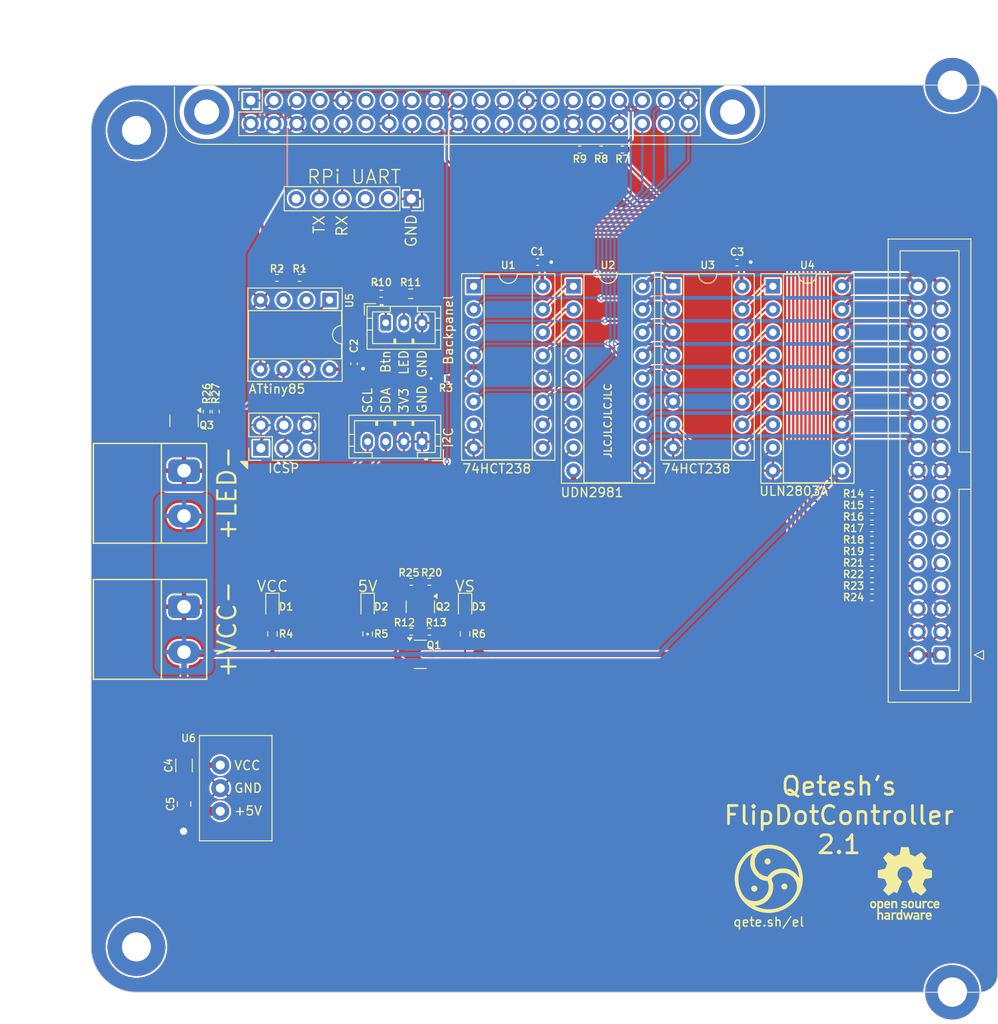
<source format=kicad_pcb>
(kicad_pcb (version 20240108) (generator "pcbnew") (generator_version "8.0")
  (title_block (date "2022-09-28"))
  (layers (0 "F.Cu" signal) (31 "B.Cu" signal) (34 "B.Paste" user) (35 "F.Paste" user) (36 "B.SilkS" user "B.Silkscreen") (37 "F.SilkS" user "F.Silkscreen") (38 "B.Mask" user) (39 "F.Mask" user) (44 "Edge.Cuts" user))
  (property "DATE" "~DATE~")
  (property "VERSION" "~VERSION~")
  (net 0 "")
  (net 1 "GND")
  (net 2 "Net-(D1-A)")
  (net 3 "+3V3")
  (net 4 "+5V")
  (net 5 "Net-(D3-A)")
  (net 6 "/RX")
  (net 7 "/TX")
  (net 8 "/EN2o")
  (net 9 "/EN3o")
  (net 10 "/EN0o")
  (net 11 "/EN1o")
  (net 12 "/B1o")
  (net 13 "/B0o")
  (net 14 "/DATAo")
  (net 15 "/A2o")
  (net 16 "/A1o")
  (net 17 "/A0o")
  (net 18 "/Row7H")
  (net 19 "/Row7L")
  (net 20 "/Row6H")
  (net 21 "/Row6L")
  (net 22 "/Row5H")
  (net 23 "/Row5L")
  (net 24 "/Row4H")
  (net 25 "/Row4L")
  (net 26 "/Row3H")
  (net 27 "/Row3L")
  (net 28 "/Row2H")
  (net 29 "/Row2L")
  (net 30 "/Row1H")
  (net 31 "/Row1L")
  (net 32 "/Row0H")
  (net 33 "/Row0L")
  (net 34 "/RowSEL")
  (net 35 "Net-(D2-A)")
  (net 36 "/A0")
  (net 37 "/A2")
  (net 38 "/B0")
  (net 39 "/EN1")
  (net 40 "/EN3")
  (net 41 "/A1")
  (net 42 "/DATA")
  (net 43 "/B1")
  (net 44 "/EN0")
  (net 45 "/EN2")
  (net 46 "/RowA2")
  (net 47 "/RowA1")
  (net 48 "/RowA0")
  (net 49 "/R7H")
  (net 50 "/R6H")
  (net 51 "/R5H")
  (net 52 "/R4H")
  (net 53 "/R3H")
  (net 54 "/R2H")
  (net 55 "/R1H")
  (net 56 "/R0H")
  (net 57 "/R7L")
  (net 58 "/R6L")
  (net 59 "/R5L")
  (net 60 "/R4L")
  (net 61 "/R3L")
  (net 62 "/R2L")
  (net 63 "/R1L")
  (net 64 "/R0L")
  (net 65 "/~{RowEN}")
  (net 66 "/LED-PWM")
  (net 67 "/LED-PWM_{gate}")
  (net 68 "/LED-Strip")
  (net 71 "/VsEN")
  (net 72 "/SDA")
  (net 73 "/SCL")
  (net 74 "/ActivityLED")
  (net 75 "/PowerBtn")
  (net 78 "/Vs")
  (net 80 "Net-(J2-Pin_2)")
  (net 82 "VCC")
  (net 83 "Net-(Q2-G)")
  (net 86 "Net-(Q1-G)")
  (net 87 "/Reset")
  (net 91 "Net-(Q2-D)")
  (footprint "Resistor_SMD:R_0402_1005Metric" (layer "F.Cu") (at 123 71.25 180)
    (property "Reference" "R1")
    (property "Value" "4k7")
  )
  (footprint "Package_DIP:DIP-16_W7.62mm_Socket" (layer "F.Cu") (at 142.2 72.18)
    (property "Reference" "U1")
    (property "Value" "74HCT238")
  )
  (footprint "My_Footprints:Half_MountingHole_3.2mm_M3_Pad_NPTH" (layer "F.Cu") (at 195 150 180)
    (property "Reference" "H3" (hide yes))
    (property "Value" "MH")
    (fp_line (start 1.6 0) (end 3 0) (stroke (width 0.12)) (layer "Edge.Cuts"))
    (fp_line (start -1.6 0) (end -3 0) (stroke (width 0.12)) (layer "Edge.Cuts"))
    (fp_arc (start 1.6 0) (mid 0 1.6) (end -1.6 0) (stroke (width 0.12)) (layer "Edge.Cuts"))
  )
  (footprint "Resistor_SMD:R_0402_1005Metric" (layer "F.Cu") (at 186.1325 105.2)
    (property "Reference" "R23")
    (property "Value" "100R")
  )
  (footprint "LED_SMD:LED_0603_1608Metric" (layer "F.Cu") (at 141.25 107.5 -90)
    (property "Reference" "D3")
    (property "Value" "VS")
  )
  (footprint "Resistor_SMD:R_0402_1005Metric" (layer "F.Cu") (at 186.1325 103.93)
    (property "Reference" "R22")
    (property "Value" "100R")
  )
  (footprint "My_Footprints:CutieMark7.5mmInverted" (layer "F.Cu") (at 174.75 137.5)
    (property "Reference" "G***" (hide yes))
    (property "Value" "LOGO" (hide yes))
  )
  (footprint "My_Footprints:Half_MountingHole_3.2mm_M3_Pad_NPTH" (layer "F.Cu") (at 195 50)
    (property "Reference" "H2" (hide yes))
    (property "Value" "MH")
    (fp_line (start -1.6 0) (end -3 0) (stroke (width 0.12)) (layer "Edge.Cuts"))
    (fp_line (start 1.6 0) (end 3 0) (stroke (width 0.12)) (layer "Edge.Cuts"))
    (fp_arc (start 1.6 0) (mid 0 1.6) (end -1.6 0) (stroke (width 0.12)) (layer "Edge.Cuts"))
  )
  (footprint "Resistor_SMD:R_0402_1005Metric" (layer "F.Cu") (at 135.3125 104.75 180)
    (property "Reference" "R25")
    (property "Value" "100k")
  )
  (footprint "Capacitor_SMD:C_0805_2012Metric" (layer "F.Cu") (at 110.25 129.25 90)
    (property "Reference" "C5")
    (property "Value" "22uF")
  )
  (footprint "Capacitor_SMD:C_1206_3216Metric" (layer "F.Cu") (at 110.25 125 -90)
    (property "Reference" "C4")
    (property "Value" "10uF")
  )
  (footprint "Resistor_SMD:R_0402_1005Metric" (layer "F.Cu") (at 120.5 71.25 180)
    (property "Reference" "R2")
    (property "Value" "4k7")
  )
  (footprint "Connector_PinHeader_2.54mm:PinHeader_2x03_P2.54mm_Vertical" (layer "F.Cu") (at 118.725 90.025 90)
    (property "Reference" "J4" (hide yes))
    (property "Value" "ICSP")
  )
  (footprint "Resistor_SMD:R_0603_1608Metric" (layer "F.Cu") (at 120 110.5 90)
    (property "Reference" "R4")
    (property "Value" "12k")
  )
  (footprint "Package_TO_SOT_SMD:SOT-23" (layer "F.Cu") (at 110.25 87 -90)
    (property "Reference" "Q3")
    (property "Value" "AO3400A")
  )
  (footprint "Package_TO_SOT_SMD:SOT-23" (layer "F.Cu") (at 136.3125 107.5 -90)
    (property "Reference" "Q2")
    (property "Value" "2N7002")
  )
  (footprint "Capacitor_SMD:C_0402_1005Metric" (layer "F.Cu") (at 149.25 69.51)
    (property "Reference" "C1")
    (property "Value" "100n")
  )
  (footprint "Connector_PinSocket_2.54mm:PinSocket_1x06_P2.54mm_Vertical" (layer "F.Cu") (at 135.325 62.525 -90)
    (property "Reference" "J9" (hide yes))
    (property "Value" "SERIAL")
  )
  (footprint "Resistor_SMD:R_0402_1005Metric" (layer "F.Cu") (at 186.1325 106.47)
    (property "Reference" "R24")
    (property "Value" "100R")
  )
  (footprint "Resistor_SMD:R_0402_1005Metric" (layer "F.Cu") (at 156.26 57.1)
    (property "Reference" "R8")
    (property "Value" "100k")
  )
  (footprint "Resistor_SMD:R_0402_1005Metric" (layer "F.Cu") (at 112.75 86 -90)
    (property "Reference" "R26")
    (property "Value" "100R")
  )
  (footprint "Resistor_SMD:R_0402_1005Metric" (layer "F.Cu") (at 186.1325 96.31)
    (property "Reference" "R15")
    (property "Value" "100R")
  )
  (footprint "My_Footprints:CTB9352-2" (layer "F.Cu") (at 110.25 110 -90)
    (property "Reference" "J6" (hide yes))
    (property "Value" "VC IN")
  )
  (footprint "Resistor_SMD:R_0402_1005Metric" (layer "F.Cu") (at 113.75 86 -90)
    (property "Reference" "R27")
    (property "Value" "100k")
  )
  (footprint "Package_DIP:DIP-16_W7.62mm_Socket" (layer "F.Cu") (at 164.2 72.18)
    (property "Reference" "U3")
    (property "Value" "74HCT238")
  )
  (footprint "Module:Raspberry_Pi_Zero_Socketed_THT_FaceDown_MountingHoles" (layer "F.Cu") (at 117.62 51.6975 90)
    (property "Reference" "J1" (hide yes))
    (property "Value" "Raspberry_Pi_2_3")
  )
  (footprint "LED_SMD:LED_0603_1608Metric" (layer "F.Cu") (at 130.5 107.5 -90)
    (property "Reference" "D2")
    (property "Value" "5V")
  )
  (footprint "Resistor_SMD:R_0402_1005Metric" (layer "F.Cu") (at 139.1425 82.34)
    (property "Reference" "R3")
    (property "Value" "100k")
  )
  (footprint "Resistor_SMD:R_0402_1005Metric" (layer "F.Cu") (at 186.1325 97.58)
    (property "Reference" "R16")
    (property "Value" "100R")
  )
  (footprint "LED_SMD:LED_0603_1608Metric" (layer "F.Cu") (at 120 107.5 -90)
    (property "Reference" "D1")
    (property "Value" "VCC")
  )
  (footprint "Symbol:OSHW-Logo_7.5x8mm_SilkScreen" (layer "F.Cu") (at 189.75 138)
    (property "Reference" "REF**" (hide yes))
    (property "Value" "OSHW-Logo_7.5x8mm_SilkScreen" (hide yes))
  )
  (footprint "Resistor_SMD:R_0603_1608Metric" (layer "F.Cu") (at 130.5 110.5 90)
    (property "Reference" "R5")
    (property "Value" "1k5")
  )
  (footprint "Capacitor_SMD:C_0402_1005Metric" (layer "F.Cu") (at 129 80.73 -90)
    (property "Reference" "C2")
    (property "Value" "100n")
  )
  (footprint "Resistor_SMD:R_0603_1608Metric" (layer "F.Cu") (at 141.25 110.5 90)
    (property "Reference" "R6")
    (property "Value" "12k")
  )
  (footprint "My_Footprints:LME78_1.0-Series" (layer "F.Cu") (at 114.25 127.5 -90)
    (property "Reference" "U6")
    (property "Value" "LME78_05-1.0")
  )
  (footprint "Resistor_SMD:R_0402_1005Metric" (layer "F.Cu") (at 186.1325 101.39)
    (property "Reference" "R19")
    (property "Value" "100R")
  )
  (footprint "Resistor_SMD:R_0402_1005Metric" (layer "F.Cu") (at 132 73)
    (property "Reference" "R10")
    (property "Value" "10k")
  )
  (footprint "Resistor_SMD:R_0402_1005Metric" (layer "F.Cu") (at 137.3125 110.25)
    (property "Reference" "R13")
    (property "Value" "100k")
  )
  (footprint "Connector_IDC:IDC-Header_2x17_P2.54mm_Vertical" (layer "F.Cu") (at 193.7525 112.82 180)
    (property "Reference" "J5" (hide yes))
    (property "Value" "Display")
  )
  (footprint "Resistor_SMD:R_0402_1005Metric" (layer "F.Cu") (at 186.1325 95.04)
    (property "Reference" "R14")
    (property "Value" "100R")
  )
  (footprint "Resistor_SMD:R_0402_1005Metric" (layer "F.Cu") (at 186.1325 100.12)
    (property "Reference" "R18")
    (property "Value" "100R")
  )
  (footprint "Resistor_SMD:R_0402_1005Metric" (layer "F.Cu") (at 137.3125 104.75)
    (property "Reference" "R20")
    (property "Value" "100R")
  )
  (footprint "My_Footprints:CTB9352-2" (layer "F.Cu") (at 110.25 95 -90)
    (property "Reference" "J8" (hide yes))
    (property "Value" "LED-Strip")
  )
  (footprint "Resistor_SMD:R_0603_1608Metric" (layer "F.Cu") (at 135.25 73 180)
    (property "Reference" "R11")
    (property "Value" "680R")
  )
  (footprint "Resistor_SMD:R_0402_1005Metric" (layer "F.Cu") (at 158.6 57.1 180)
    (property "Reference" "R7")
    (property "Value" "100k")
  )
  (footprint "Package_DIP:DIP-18_W7.62mm_Socket" (layer "F.Cu") (at 153.2025 72.18)
    (property "Reference" "U2")
    (property "Value" "UDN2981")
  )
  (footprint "Package_DIP:DIP-18_W7.62mm_Socket" (layer "F.Cu") (at 175.2025 72.18)
    (property "Reference" "U4")
    (property "Value" "ULN2803A")
  )
  (footprint "Resistor_SMD:R_0402_1005Metric" (layer "F.Cu") (at 135.3125 110.25)
    (property "Reference" "R12")
    (property "Value" "100k")
  )
  (footprint "Resistor_SMD:R_0402_1005Metric" (layer "F.Cu") (at 153.9 57.1 180)
    (property "Reference" "R9")
    (property "Value" "100k")
  )
  (footprint "Connector_JST:JST_PH_B3B-PH-K_1x03_P2.00mm_Vertical" (layer "F.Cu") (at 132.5 76.2)
    (property "Reference" "J2" (hide yes))
    (property "Value" "Backpanel")
  )
  (footprint "Package_TO_SOT_SMD:SOT-23" (layer "F.Cu") (at 136.3125 112.75)
    (property "Reference" "Q1")
    (property "Value" "AO3401A")
  )
  (footprint "Resistor_SMD:R_0402_1005Metric" (layer "F.Cu") (at 186.1325 98.85)
    (property "Reference" "R17")
    (property "Value" "100R")
  )
  (footprint "Capacitor_SMD:C_0402_1005Metric" (layer "F.Cu") (at 171.25 69.565)
    (property "Reference" "C3")
    (property "Value" "100n")
  )
  (footprint "Package_DIP:DIP-8_W7.62mm_Socket" (layer "F.Cu") (at 126.3 73.7 -90)
    (property "Reference" "U5")
    (property "Value" "ATtiny85-20P")
  )
  (footprint "Connector_JST:JST_PH_B4B-PH-K_1x04_P2.00mm_Vertical" (layer "F.Cu") (at 136.5 89.3 180)
    (property "Reference" "J3" (hide yes))
    (property "Value" "I2C")
  )
  (footprint "MountingHole:MountingHole_3.2mm_M3_Pad_Via" (layer "F.Cu") (at 105 55)
    (property "Reference" "H1" (hide yes))
    (property "Value" "MH")
  )
  (footprint "Resistor_SMD:R_0402_1005Metric" (layer "F.Cu") (at 186.1325 102.66)
    (property "Reference" "R21")
    (property "Value" "100R")
  )
  (footprint "MountingHole:MountingHole_3.2mm_M3_Pad_Via" (layer "F.Cu") (at 105 145)
    (property "Reference" "H4" (hide yes))
    (property "Value" "MH")
  )
  (gr_poly (pts (xy 117.25 91.5) (xy 116.5 91.5) (xy 117.25 92.25)) (stroke (width 0.15)) (fill solid) (layer "F.SilkS"))
  (gr_line (start 105 50) (end 192 50) (stroke (width 0.1)) (layer "Edge.Cuts"))
  (gr_line (start 100 145) (end 100 55) (stroke (width 0.1)) (layer "Edge.Cuts"))
  (gr_arc (start 100 55) (mid 101.464466 51.464466) (end 105 50) (stroke (width 0.1)) (layer "Edge.Cuts"))
  (gr_arc (start 200 148) (mid 199.414214 149.414214) (end 198 150) (stroke (width 0.1)) (layer "Edge.Cuts"))
  (gr_arc (start 198 50) (mid 199.414214 50.585786) (end 200 52) (stroke (width 0.1)) (layer "Edge.Cuts"))
  (gr_line (start 192 150) (end 105 150) (stroke (width 0.1)) (layer "Edge.Cuts"))
  (gr_line (start 200 52) (end 200 148) (stroke (width 0.1)) (layer "Edge.Cuts"))
  (gr_arc (start 105 150) (mid 101.464466 148.535534) (end 100 145) (stroke (width 0.1)) (layer "Edge.Cuts"))
  (gr_text "GND" (at 115.7 127.5 0) (layer "F.SilkS") (effects (font (size 1 1)) (justify left)))
  (gr_text "ATtiny85" (at 120.5 83.5 0) (layer "F.SilkS") (effects (font (size 1 1))))
  (gr_text "qete.sh/el" (at 174.75 142.25 0) (layer "F.SilkS") (effects (font (size 1 1))))
  (gr_text "GND" (at 135.3 66.05 90) (layer "F.SilkS") (effects (font (size 1.2 1.2))))
  (gr_text "SCL" (at 130.5 86.25 90) (layer "F.SilkS") (effects (font (size 1 1)) (justify left)))
  (gr_text "RPi UART" (at 129 61 0) (layer "F.SilkS") (effects (font (size 1.5 1.5)) (justify bottom)))
  (gr_text "Btn" (at 132.5 79.15 90) (layer "F.SilkS") (effects (font (size 1 1)) (justify right)))
  (gr_text "RX" (at 127.675 64.25 90) (layer "F.SilkS") (effects (font (size 1.2 1.2)) (justify right)))
  (gr_text "Qetesh's\nFlipDotController\n2.1" (at 182.5 130.5 0) (layer "F.SilkS") (effects (font (size 2 2) (thickness 0.3))))
  (gr_text "TX" (at 125.15 64.25 90) (layer "F.SilkS") (effects (font (size 1.2 1.2)) (justify right)))
  (gr_text "VS" (at 141.25 105.25 0) (layer "F.SilkS") (effects (font (size 1.2 1.2))))
  (gr_text "VCC" (at 115.7 125 0) (layer "F.SilkS") (effects (font (size 1 1)) (justify left)))
  (gr_text "GND" (at 136.5 79.1 90) (layer "F.SilkS") (effects (font (size 1 1)) (justify right)))
  (gr_text "GND" (at 136.5 86.25 90) (layer "F.SilkS") (effects (font (size 1 1)) (justify left)))
  (gr_text "+VCC-" (at 115 110 90) (layer "F.SilkS") (effects (font (size 2 2) (thickness 0.25))))
  (gr_text "LED" (at 134.5 79.11 90) (layer "F.SilkS") (effects (font (size 1 1)) (justify right)))
  (gr_text "+LED-" (at 115 95 90) (layer "F.SilkS") (effects (font (size 2 2) (thickness 0.25))))
  (gr_text "Backpanel" (at 140 77 90) (layer "F.SilkS") (effects (font (size 1 1)) (justify bottom)))
  (gr_text "5V" (at 130.5 105.25 0) (layer "F.SilkS") (effects (font (size 1.2 1.2))))
  (gr_text "I^{2}C" (at 140 88.85 90) (layer "F.SilkS") (effects (font (size 1 1)) (justify bottom)))
  (gr_text "VCC" (at 120 105.25 0) (layer "F.SilkS") (effects (font (size 1.2 1.2))))
  (gr_text "JLCJLCJLCJLC" (at 157 87.01 90) (layer "F.SilkS") (effects (font (size 0.8 0.8))))
  (gr_text "3V3" (at 134.5 86.25 90) (layer "F.SilkS") (effects (font (size 1 1)) (justify left)))
  (gr_text "SDA" (at 132.5 86.25 90) (layer "F.SilkS") (effects (font (size 1 1)) (justify left)))
  (gr_text "+5V" (at 115.7 130 0) (layer "F.SilkS") (effects (font (size 1 1)) (justify left)))
  (segment (start 120 109.675) (end 120 108.2875) (width 0.2) (layer "F.Cu") (net 2))
  (segment (start 131.5 73) (end 131.5 72.01) (width 0.2) (layer "F.Cu") (net 3))
  (segment (start 123.51 71.25) (end 123.51 70.26) (width 0.2) (layer "F.Cu") (net 3))
  (segment (start 138.6325 82.34) (end 137.4925 82.34) (width 0.2) (layer "F.Cu") (net 3))
  (segment (start 121.01 70.26) (end 121 70.25) (width 0.2) (layer "F.Cu") (net 3))
  (segment (start 128.89 81.32) (end 129 81.21) (width 0.4) (layer "F.Cu") (net 3))
  (segment (start 130 81.25) (end 129.04 81.25) (width 0.4) (layer "F.Cu") (net 3))
  (segment (start 126.3 81.32) (end 128.89 81.32) (width 0.4) (layer "F.Cu") (net 3))
  (segment (start 121.01 71.25) (end 121.01 70.26) (width 0.2) (layer "F.Cu") (net 3))
  (segment (start 129.04 81.25) (end 129 81.21) (width 0.4) (layer "F.Cu") (net 3))
  (segment (start 123.51 70.26) (end 123.5 70.25) (width 0.2) (layer "F.Cu") (net 3))
  (via (at 137.4925 82.34) (size 0.5) (drill 0.3) (layers "F.Cu" "B.Cu") (net 3))
  (via (at 130 81.25) (size 0.8) (drill 0.4) (layers "F.Cu" "B.Cu") (net 3))
  (via (at 121 70.25) (size 0.5) (drill 0.3) (layers "F.Cu" "B.Cu") (net 3))
  (via (at 123.5 70.25) (size 0.5) (drill 0.3) (layers "F.Cu" "B.Cu") (net 3))
  (via (at 131.5 72.01) (size 0.5) (drill 0.3) (layers "F.Cu" "B.Cu") (net 3))
  (segment (start 150.75 69.51) (end 149.73 69.51) (width 0.4) (layer "F.Cu") (net 4))
  (segment (start 149.75 69.53) (end 149.75 72.11) (width 0.4) (layer "F.Cu") (net 4))
  (segment (start 112.26 130.04) (end 114.25 130.04) (width 1) (layer "F.Cu") (net 4))
  (segment (start 172.75 69.51) (end 171.785 69.51) (width 0.4) (layer "F.Cu") (net 4))
  (segment (start 171.73 69.565) (end 171.73 72.09) (width 0.4) (layer "F.Cu") (net 4))
  (segment (start 171.785 69.51) (end 171.73 69.565) (width 0.4) (layer "F.Cu") (net 4))
  (segment (start 110.2 132.25) (end 110.2 130.2) (width 1) (layer "F.Cu") (net 4))
  (segment (start 149.75 72.11) (end 149.82 72.18) (width 0.4) (layer "F.Cu") (net 4))
  (segment (start 171.82 72.18) (end 171.82 72.11) (width 0.4) (layer "F.Cu") (net 4))
  (segment (start 171.73 72.09) (end 171.82 72.18) (width 0.4) (layer "F.Cu") (net 4))
  (segment (start 112.1 130.2) (end 112.26 130.04) (width 1) (layer "F.Cu") (net 4))
  (segment (start 110.25 130.2) (end 112.1 130.2) (width 1) (layer "F.Cu") (net 4))
  (segment (start 149.73 69.51) (end 149.75 69.53) (width 0.4) (layer "F.Cu") (net 4))
  (segment (start 130.5 111.325) (end 130.5 110.5245) (width 0.2) (layer "F.Cu") (net 4))
  (via (at 150.75 69.51) (size 0.8) (drill 0.4) (layers "F.Cu" "B.Cu") (net 4))
  (via (at 172.75 69.51) (size 0.8) (drill 0.4) (layers "F.Cu" "B.Cu") (net 4))
  (via (at 110.2 132.25) (size 1.5) (drill 0.8) (layers "F.Cu" "B.Cu") (net 4))
  (via (at 130.5 110.5245) (size 0.5) (drill 0.3) (layers "F.Cu" "B.Cu") (net 4))
  (segment (start 141.25 109.675) (end 141.25 108.2875) (width 0.2) (layer "F.Cu") (net 5))
  (segment (start 127.705 54.3125) (end 127.78 54.2375) (width 0.25) (layer "F.Cu") (net 6))
  (segment (start 127.705 62.525) (end 127.705 54.3125) (width 0.25) (layer "F.Cu") (net 6))
  (segment (start 125.165 62.525) (end 125.165 54.3125) (width 0.25) (layer "F.Cu") (net 7))
  (segment (start 125.165 54.3125) (end 125.24 54.2375) (width 0.25) (layer "F.Cu") (net 7))
  (segment (start 192.4825 103.93) (end 193.7525 102.66) (width 0.25) (layer "F.Cu") (net 8))
  (segment (start 186.6425 103.93) (end 192.4825 103.93) (width 0.25) (layer "F.Cu") (net 8))
  (segment (start 186.6425 102.66) (end 191.2125 102.66) (width 0.25) (layer "F.Cu") (net 9))
  (segment (start 186.6425 106.47) (end 192.4825 106.47) (width 0.25) (layer "F.Cu") (net 10))
  (segment (start 192.4825 106.47) (end 193.7525 105.2) (width 0.25) (layer "F.Cu") (net 10))
  (segment (start 186.6425 105.2) (end 191.2125 105.2) (width 0.25) (layer "F.Cu") (net 11))
  (segment (start 192.4825 101.39) (end 193.7525 100.12) (width 0.25) (layer "F.Cu") (net 12))
  (segment (start 186.6425 101.39) (end 192.4825 101.39) (width 0.25) (layer "F.Cu") (net 12))
  (segment (start 186.6425 100.12) (end 191.2125 100.12) (width 0.25) (layer "F.Cu") (net 13))
  (segment (start 192.4825 98.85) (end 193.7525 97.58) (width 0.25) (layer "F.Cu") (net 14))
  (segment (start 186.6425 98.85) (end 192.4825 98.85) (width 0.25) (layer "F.Cu") (net 14))
  (segment (start 186.6425 97.58) (end 191.2125 97.58) (width 0.25) (layer "F.Cu") (net 15))
  (segment (start 192.4825 96.31) (end 193.7525 95.04) (width 0.25) (layer "F.Cu") (net 16))
  (segment (start 186.6425 96.31) (end 192.4825 96.31) (width 0.25) (layer "F.Cu") (net 16))
  (segment (start 186.6425 95.04) (end 191.2125 95.04) (width 0.25) (layer "F.Cu") (net 17))
  (segment (start 160.8225 89.96) (end 162.0925 88.69) (width 0.4) (layer "B.Cu") (net 18))
  (segment (start 162.0925 88.69) (end 189.9425 88.69) (width 0.4) (layer "B.Cu") (net 18))
  (segment (start 189.9425 88.69) (end 191.2125 89.96) (width 0.4) (layer "B.Cu") (net 18))
  (segment (start 192.4825 88.69) (end 193.7525 89.96) (width 0.4) (layer "F.Cu") (net 19))
  (segment (start 183.5825 89.2) (end 184.0925 88.69) (width 0.4) (layer "F.Cu") (net 19))
  (segment (start 184.0925 88.69) (end 192.4825 88.69) (width 0.4) (layer "F.Cu") (net 19))
  (segment (start 182.8225 89.96) (end 183.5825 89.2) (width 0.4) (layer "F.Cu") (net 19))
  (segment (start 162.0925 86.15) (end 189.9425 86.15) (width 0.4) (layer "B.Cu") (net 20))
  (segment (start 189.9425 86.15) (end 191.2125 87.42) (width 0.4) (layer "B.Cu") (net 20))
  (segment (start 160.8225 87.42) (end 162.0925 86.15) (width 0.4) (layer "B.Cu") (net 20))
  (segment (start 192.4825 86.15) (end 193.7525 87.42) (width 0.4) (layer "F.Cu") (net 21))
  (segment (start 183.5825 86.66) (end 184.0925 86.15) (width 0.4) (layer "F.Cu") (net 21))
  (segment (start 184.0925 86.15) (end 192.4825 86.15) (width 0.4) (layer "F.Cu") (net 21))
  (segment (start 182.8225 87.42) (end 183.5825 86.66) (width 0.4) (layer "F.Cu") (net 21))
  (segment (start 189.9425 83.61) (end 191.2125 84.88) (width 0.4) (layer "B.Cu") (net 22))
  (segment (start 160.8225 84.88) (end 162.0925 83.61) (width 0.4) (layer "B.Cu") (net 22))
  (segment (start 162.0925 83.61) (end 189.9425 83.61) (width 0.4) (layer "B.Cu") (net 22))
  (segment (start 182.8225 84.88) (end 183.5825 84.12) (width 0.4) (layer "F.Cu") (net 23))
  (segment (start 183.5825 84.12) (end 184.0925 83.61) (width 0.4) (layer "F.Cu") (net 23))
  (segment (start 184.0925 83.61) (end 192.4825 83.61) (width 0.4) (layer "F.Cu") (net 23))
  (segment (start 192.4825 83.61) (end 193.7525 84.88) (width 0.4) (layer "F.Cu") (net 23))
  (segment (start 162.0925 81.07) (end 189.9425 81.07) (width 0.4) (layer "B.Cu") (net 24))
  (segment (start 160.8225 82.34) (end 162.0925 81.07) (width 0.4) (layer "B.Cu") (net 24))
  (segment (start 189.9425 81.07) (end 191.2125 82.34) (width 0.4) (layer "B.Cu") (net 24))
  (segment (start 192.4825 81.07) (end 193.7525 82.34) (width 0.4) (layer "F.Cu") (net 25))
  (segment (start 182.8225 82.34) (end 183.5825 81.58) (width 0.4) (layer "F.Cu") (net 25))
  (segment (start 183.5825 81.58) (end 184.0925 81.07) (width 0.4) (layer "F.Cu") (net 25))
  (segment (start 184.0925 81.07) (end 192.4825 81.07) (width 0.4) (layer "F.Cu") (net 25))
  (segment (start 189.9425 78.53) (end 191.2125 79.8) (width 0.4) (layer "B.Cu") (net 26))
  (segment (start 162.0925 78.53) (end 189.9425 78.53) (width 0.4) (layer "B.Cu") (net 26))
  (segment (start 160.8225 79.8) (end 162.0925 78.53) (width 0.4) (layer "B.Cu") (net 26))
  (segment (start 183.5825 79.04) (end 184.0925 78.53) (width 0.4) (layer "F.Cu") (net 27))
  (segment (start 192.4825 78.53) (end 193.7525 79.8) (width 0.4) (layer "F.Cu") (net 27))
  (segment (start 184.0925 78.53) (end 192.4825 78.53) (width 0.4) (layer "F.Cu") (net 27))
  (segment (start 182.8225 79.8) (end 183.5825 79.04) (width 0.4) (layer "F.Cu") (net 27))
  (segment (start 162.0925 75.99) (end 189.9425 75.99) (width 0.4) (layer "B.Cu") (net 28))
  (segment (start 160.8225 77.26) (end 162.0925 75.99) (width 0.4) (layer "B.Cu") (net 28))
  (segment (start 189.9425 75.99) (end 191.2125 77.26) (width 0.4) (layer "B.Cu") (net 28))
  (segment (start 192.4825 75.99) (end 193.7525 77.26) (width 0.4) (layer "F.Cu") (net 29))
  (segment (start 182.8225 77.26) (end 183.5825 76.5) (width 0.4) (layer "F.Cu") (net 29))
  (segment (start 183.5825 76.5) (end 184.0925 75.99) (width 0.4) (layer "F.Cu") (net 29))
  (segment (start 184.0925 75.99) (end 192.4825 75.99) (width 0.4) (layer "F.Cu") (net 29))
  (segment (start 160.8225 74.72) (end 162.0925 73.45) (width 0.4) (layer "B.Cu") (net 30))
  (segment (start 162.0925 73.45) (end 189.9425 73.45) (width 0.4) (layer "B.Cu") (net 30))
  (segment (start 189.9425 73.45) (end 191.2125 74.72) (width 0.4) (layer "B.Cu") (net 30))
  (segment (start 183.5825 73.96) (end 184.0925 73.45) (width 0.4) (layer "F.Cu") (net 31))
  (segment (start 182.8225 74.72) (end 183.5825 73.96) (width 0.4) (layer "F.Cu") (net 31))
  (segment (start 192.4825 73.45) (end 193.7525 74.72) (width 0.4) (layer "F.Cu") (net 31))
  (segment (start 184.0925 73.45) (end 192.4825 73.45) (width 0.4) (layer "F.Cu") (net 31))
  (segment (start 160.8225 72.18) (end 162.0925 70.91) (width 0.4) (layer "B.Cu") (net 32))
  (segment (start 189.9425 70.91) (end 191.2125 72.18) (width 0.4) (layer "B.Cu") (net 32))
  (segment (start 162.0925 70.91) (end 189.9425 70.91) (width 0.4) (layer "B.Cu") (net 32))
  (segment (start 183.5825 71.42) (end 184.0925 70.91) (width 0.4) (layer "F.Cu") (net 33))
  (segment (start 182.8225 72.18) (end 183.5825 71.42) (width 0.4) (layer "F.Cu") (net 33))
  (segment (start 184.0925 70.91) (end 192.4825 70.91) (width 0.4) (layer "F.Cu") (net 33))
  (segment (start 192.4825 70.91) (end 193.7525 72.18) (width 0.4) (layer "F.Cu") (net 33))
  (segment (start 157.8 78.51) (end 157.82 78.53) (width 0.25) (layer "F.Cu") (net 34))
  (segment (start 162.93 78.53) (end 164.2 79.8) (width 0.25) (layer "F.Cu") (net 34))
  (segment (start 157.82 78.53) (end 162.93 78.53) (width 0.25) (layer "F.Cu") (net 34))
  (via (at 157.8 78.51) (size 0.5) (drill 0.3) (layers "F.Cu" "B.Cu") (net 34))
  (segment (start 157.725 78.435) (end 157.725 66.520584) (width 0.25) (layer "B.Cu") (net 34))
  (segment (start 157.7 79.723491) (end 153.813491 83.61) (width 0.25) (layer "B.Cu") (net 34))
  (segment (start 165.88 58.365584) (end 165.88 54.2375) (width 0.25) (layer "B.Cu") (net 34))
  (segment (start 153.813491 83.61) (end 143.47 83.61) (width 0.25) (layer "B.Cu") (net 34))
  (segment (start 157.8 78.51) (end 157.7 78.61) (width 0.25) (layer "B.Cu") (net 34))
  (segment (start 157.8 78.51) (end 157.725 78.435) (width 0.25) (layer "B.Cu") (net 34))
  (segment (start 157.725 66.520584) (end 165.88 58.365584) (width 0.25) (layer "B.Cu") (net 34))
  (segment (start 143.47 83.61) (end 142.2 84.88) (width 0.25) (layer "B.Cu") (net 34))
  (segment (start 157.7 78.61) (end 157.7 79.723491) (width 0.25) (layer "B.Cu") (net 34))
  (segment (start 130.5 109.675) (end 130.5 108.2875) (width 0.2) (layer "F.Cu") (net 35))
  (segment (start 159.53 52.9675) (end 158.26 51.6975) (width 0.25) (layer "F.Cu") (net 36))
  (segment (start 175.177564 62.45) (end 162.95 62.45) (width 0.25) (layer "F.Cu") (net 36))
  (segment (start 159.53 55.88) (end 159.53 52.9675) (width 0.25) (layer "F.Cu") (net 36))
  (segment (start 159.11 58.61) (end 159.11 56.3) (width 0.25) (layer "F.Cu") (net 36))
  (segment (start 162.95 62.45) (end 159.11 58.61) (width 0.25) (layer "F.Cu") (net 36))
  (segment (start 182.9575 95.04) (end 181.05 93.1325) (width 0.25) (layer "F.Cu") (net 36))
  (segment (start 185.6225 95.04) (end 182.9575 95.04) (width 0.25) (layer "F.Cu") (net 36))
  (segment (start 159.11 56.3) (end 159.53 55.88) (width 0.25) (layer "F.Cu") (net 36))
  (segment (start 181.05 68.322436) (end 175.177564 62.45) (width 0.25) (layer "F.Cu") (net 36))
  (segment (start 181.05 93.1325) (end 181.05 68.322436) (width 0.25) (layer "F.Cu") (net 36))
  (segment (start 180.15 94.7725) (end 180.15 68.695228) (width 0.25) (layer "F.Cu") (net 37))
  (segment (start 185.6225 97.58) (end 182.9575 97.58) (width 0.25) (layer "F.Cu") (net 37))
  (segment (start 154.45 57.06) (end 154.41 57.1) (width 0.25) (layer "F.Cu") (net 37))
  (segment (start 155.72 51.6975) (end 154.45 52.9675) (width 0.25) (layer "F.Cu") (net 37))
  (segment (start 154.41 57.91) (end 154.41 57.1) (width 0.25) (layer "F.Cu") (net 37))
  (segment (start 154.45 52.9675) (end 154.45 57.06) (width 0.25) (layer "F.Cu") (net 37))
  (segment (start 180.15 68.695228) (end 174.804772 63.35) (width 0.25) (layer "F.Cu") (net 37))
  (segment (start 182.9575 97.58) (end 180.15 94.7725) (width 0.25) (layer "F.Cu") (net 37))
  (segment (start 159.85 63.35) (end 154.41 57.91) (width 0.25) (layer "F.Cu") (net 37))
  (segment (start 174.804772 63.35) (end 159.85 63.35) (width 0.25) (layer "F.Cu") (net 37))
  (segment (start 154.25 64.25) (end 174.43198 64.25) (width 0.25) (layer "F.Cu") (net 38))
  (segment (start 148.1 54.2375) (end 148.1 58.1) (width 0.25) (layer "F.Cu") (net 38))
  (segment (start 179.25 96.4125) (end 182.9575 100.12) (width 0.25) (layer "F.Cu") (net 38))
  (segment (start 148.1 58.1) (end 154.25 64.25) (width 0.25) (layer "F.Cu") (net 38))
  (segment (start 179.25 69.06802) (end 179.25 96.4125) (width 0.25) (layer "F.Cu") (net 38))
  (segment (start 182.9575 100.12) (end 185.6225 100.12) (width 0.25) (layer "F.Cu") (net 38))
  (segment (start 174.43198 64.25) (end 179.25 69.06802) (width 0.25) (layer "F.Cu") (net 38))
  (segment (start 141.75 58.25) (end 149.55 66.05) (width 0.25) (layer "F.Cu") (net 39))
  (segment (start 177.45 69.813604) (end 177.45 99.6925) (width 0.25) (layer "F.Cu") (net 39))
  (segment (start 149.55 66.05) (end 173.686396 66.05) (width 0.25) (layer "F.Cu") (net 39))
  (segment (start 177.45 99.6925) (end 182.9575 105.2) (width 0.25) (layer "F.Cu") (net 39))
  (segment (start 143.02 51.6975) (end 141.75 52.9675) (width 0.25) (layer "F.Cu") (net 39))
  (segment (start 182.9575 105.2) (end 185.6225 105.2) (width 0.25) (layer "F.Cu") (net 39))
  (segment (start 141.75 52.9675) (end 141.75 58.25) (width 0.25) (layer "F.Cu") (net 39))
  (segment (start 173.686396 66.05) (end 177.45 69.813604) (width 0.25) (layer "F.Cu") (net 39))
  (segment (start 144.29 52.9675) (end 144.29 58.04) (width 0.25) (layer "F.Cu") (net 40))
  (segment (start 174.059188 65.15) (end 178.35 69.440812) (width 0.25) (layer "F.Cu") (net 40))
  (segment (start 144.29 58.04) (end 151.4 65.15) (width 0.25) (layer "F.Cu") (net 40))
  (segment (start 178.35 98.0525) (end 182.9575 102.66) (width 0.25) (layer "F.Cu") (net 40))
  (segment (start 178.35 69.440812) (end 178.35 98.0525) (width 0.25) (layer "F.Cu") (net 40))
  (segment (start 145.56 51.6975) (end 144.29 52.9675) (width 0.25) (layer "F.Cu") (net 40))
  (segment (start 182.9575 102.66) (end 185.6225 102.66) (width 0.25) (layer "F.Cu") (net 40))
  (segment (start 151.4 65.15) (end 174.059188 65.15) (width 0.25) (layer "F.Cu") (net 40))
  (segment (start 160.4 62.9) (end 155.72 58.22) (width 0.25) (layer "F.Cu") (net 41))
  (segment (start 155.72 58.22) (end 155.72 54.2375) (width 0.25) (layer "F.Cu") (net 41))
  (segment (start 180.6 93.9525) (end 180.6 68.508832) (width 0.25) (layer "F.Cu") (net 41))
  (segment (start 174.991168 62.9) (end 160.4 62.9) (width 0.25) (layer "F.Cu") (net 41))
  (segment (start 182.9575 96.31) (end 180.6 93.9525) (width 0.25) (layer "F.Cu") (net 41))
  (segment (start 180.6 68.508832) (end 174.991168 62.9) (width 0.25) (layer "F.Cu") (net 41))
  (segment (start 185.6225 96.31) (end 182.9575 96.31) (width 0.25) (layer "F.Cu") (net 41))
  (segment (start 151.91 52.9675) (end 151.91 57.91) (width 0.25) (layer "F.Cu") (net 42))
  (segment (start 179.7 68.881624) (end 179.7 95.5925) (width 0.25) (layer "F.Cu") (net 42))
  (segment (start 157.8 63.8) (end 174.618376 63.8) (width 0.25) (layer "F.Cu") (net 42))
  (segment (start 174.618376 63.8) (end 179.7 68.881624) (width 0.25) (layer "F.Cu") (net 42))
  (segment (start 153.18 51.6975) (end 151.91 52.9675) (width 0.25) (layer "F.Cu") (net 42))
  (segment (start 182.9575 98.85) (end 185.6225 98.85) (width 0.25) (layer "F.Cu") (net 42))
  (segment (start 151.91 57.91) (end 157.8 63.8) (width 0.25) (layer "F.Cu") (net 42))
  (segment (start 179.7 95.5925) (end 182.9575 98.85) (width 0.25) (layer "F.Cu") (net 42))
  (segment (start 182.9575 101.39) (end 185.6225 101.39) (width 0.25) (layer "F.Cu") (net 43))
  (segment (start 152.2 64.7) (end 174.245584 64.7) (width 0.25) (layer "F.Cu") (net 43))
  (segment (start 178.8 97.2325) (end 182.9575 101.39) (width 0.25) (layer "F.Cu") (net 43))
  (segment (start 145.56 58.06) (end 152.2 64.7) (width 0.25) (layer "F.Cu") (net 43))
  (segment (start 145.56 54.2375) (end 145.56 58.06) (width 0.25) (layer "F.Cu") (net 43))
  (segment (start 174.245584 64.7) (end 178.8 69.254416) (width 0.25) (layer "F.Cu") (net 43))
  (segment (start 178.8 69.254416) (end 178.8 97.2325) (width 0.25) (layer "F.Cu") (net 43))
  (segment (start 139.21 58.21) (end 147.5 66.5) (width 0.25) (layer "F.Cu") (net 44))
  (segment (start 173.5 66.5) (end 177 70) (width 0.25) (layer "F.Cu") (net 44))
  (segment (start 140.48 51.6975) (end 139.21 52.9675) (width 0.25) (layer "F.Cu") (net 44))
  (segment (start 177 70) (end 177 100.5125) (width 0.25) (layer "F.Cu") (net 44))
  (segment (start 182.9575 106.47) (end 185.6225 106.47) (width 0.25) (layer "F.Cu") (net 44))
  (segment (start 177 100.5125) (end 182.9575 106.47) (width 0.25) (layer "F.Cu") (net 44))
  (segment (start 147.5 66.5) (end 173.5 66.5) (width 0.25) (layer "F.Cu") (net 44))
  (segment (start 139.21 52.9675) (end 139.21 58.21) (width 0.25) (layer "F.Cu") (net 44))
  (segment (start 177.9 69.627208) (end 177.9 98.8725) (width 0.25) (layer "F.Cu") (net 45))
  (segment (start 177.9 98.8725) (end 182.9575 103.93) (width 0.25) (layer "F.Cu") (net 45))
  (segment (start 182.9575 103.93) (end 185.6225 103.93) (width 0.25) (layer "F.Cu") (net 45))
  (segment (start 143.02 54.2375) (end 143.02 58.27) (width 0.25) (layer "F.Cu") (net 45))
  (segment (start 150.35 65.6) (end 173.872792 65.6) (width 0.25) (layer "F.Cu") (net 45))
  (segment (start 173.872792 65.6) (end 177.9 69.627208) (width 0.25) (layer "F.Cu") (net 45))
  (segment (start 143.02 58.27) (end 150.35 65.6) (width 0.25) (layer "F.Cu") (net 45))
  (segment (start 163 75.99) (end 164.2 77.19) (width 0.25) (layer "F.Cu") (net 46))
  (segment (start 156.7205 75.99) (end 163 75.99) (width 0.25) (layer "F.Cu") (net 46))
  (segment (start 156.7005 76.01) (end 156.7205 75.99) (width 0.25) (layer "F.Cu") (net 46))
  (via (at 156.7005 76.01) (size 0.5) (drill 0.3) (layers "F.Cu" "B.Cu") (net 46))
  (segment (start 162.07 60.902792) (end 162.07 52.9675) (width 0.25) (layer "B.Cu") (net 46))
  (segment (start 156.7005 76.01) (end 156.825 75.8855) (width 0.25) (layer "B.Cu") (net 46))
  (segment (start 162.07 52.9675) (end 163.34 51.6975) (width 0.25) (layer "B.Cu") (net 46))
  (segment (start 156.6805 75.99) (end 143.47 75.99) (width 0.25) (layer "B.Cu") (net 46))
  (segment (start 156.825 75.8855) (end 156.825 66.147792) (width 0.25) (layer "B.Cu") (net 46))
  (segment (start 143.47 75.99) (end 142.2 77.26) (width 0.25) (layer "B.Cu") (net 46))
  (segment (start 156.825 66.147792) (end 162.07 60.902792) (width 0.25) (layer "B.Cu") (net 46))
  (segment (start 156.7005 76.01) (end 156.6805 75.99) (width 0.25) (layer "B.Cu") (net 46))
  (segment (start 162.99 73.51) (end 164.2 74.72) (width 0.25) (layer "F.Cu") (net 47))
  (segment (start 156.2505 73.51) (end 162.99 73.51) (width 0.25) (layer "F.Cu") (net 47))
  (via (at 156.2505 73.51) (size 0.5) (drill 0.3) (layers "F.Cu" "B.Cu") (net 47))
  (segment (start 156.1905 73.45) (end 143.47 73.45) (width 0.25) (layer "B.Cu") (net 47))
  (segment (start 156.2505 73.51) (end 156.1905 73.45) (width 0.25) (layer "B.Cu") (net 47))
  (segment (start 156.375 65.961396) (end 160.8 61.536396) (width 0.25) (layer "B.Cu") (net 47))
  (segment (start 156.2505 73.51) (end 156.375 73.3855) (width 0.25) (layer "B.Cu") (net 47))
  (segment (start 160.8 61.536396) (end 160.8 54.2375) (width 0.25) (layer "B.Cu") (net 47))
  (segment (start 143.47 73.45) (end 142.2 74.72) (width 0.25) (layer "B.Cu") (net 47))
  (segment (start 156.375 73.3855) (end 156.375 65.961396) (width 0.25) (layer "B.Cu") (net 47))
  (segment (start 155.8005 70.76) (end 155.9505 70.91) (width 0.25) (layer "F.Cu") (net 48))
  (segment (start 162.93 70.91) (end 164.2 72.18) (width 0.25) (layer "F.Cu") (net 48))
  (segment (start 155.9505 70.91) (end 162.93 70.91) (width 0.25) (layer "F.Cu") (net 48))
  (via (at 155.8005 70.76) (size 0.5) (drill 0.3) (layers "F.Cu" "B.Cu") (net 48))
  (segment (start 155.6505 70.91) (end 143.47 70.91) (width 0.25) (layer "B.Cu") (net 48))
  (segment (start 159.53 62.17) (end 159.53 52.9675) (width 0.25) (layer "B.Cu") (net 48))
  (segment (start 155.925 70.6355) (end 155.925 65.775) (width 0.25) (layer "B.Cu") (net 48))
  (segment (start 143.47 70.91) (end 142.2 72.18) (width 0.25) (layer "B.Cu") (net 48))
  (segment (start 159.53 52.9675) (end 160.8 51.6975) (width 0.25) (layer "B.Cu") (net 48))
  (segment (start 155.8005 70.76) (end 155.925 70.6355) (width 0.25) (layer "B.Cu") (net 48))
  (segment (start 155.925 65.775) (end 159.53 62.17) (width 0.25) (layer "B.Cu") (net 48))
  (segment (start 155.8005 70.76) (end 155.6505 70.91) (width 0.25) (layer "B.Cu") (net 48))
  (segment (start 142.2 87.42) (end 145.84 91.06) (width 0.2) (layer "F.Cu") (net 49))
  (segment (start 145.84 91.06) (end 152.1025 91.06) (width 0.2) (layer "F.Cu") (net 49))
  (segment (start 152.1025 91.06) (end 153.2025 89.96) (width 0.2) (layer "F.Cu") (net 49))
  (segment (start 152.36 87.42) (end 153.2025 87.42) (width 0.2) (layer "F.Cu") (net 50))
  (segment (start 149.82 89.96) (end 152.36 87.42) (width 0.2) (layer "F.Cu") (net 50))
  (segment (start 152.36 84.88) (end 153.2025 84.88) (width 0.2) (layer "F.Cu") (net 51))
  (segment (start 149.82 87.42) (end 152.36 84.88) (width 0.2) (layer "F.Cu") (net 51))
  (segment (start 149.82 84.88) (end 152.36 82.34) (width 0.2) (layer "F.Cu") (net 52))
  (segment (start 152.36 82.34) (end 153.2025 82.34) (width 0.2) (layer "F.Cu") (net 52))
  (segment (start 152.36 79.8) (end 153.2025 79.8) (width 0.2) (layer "F.Cu") (net 53))
  (segment (start 149.82 82.34) (end 152.36 79.8) (width 0.2) (layer "F.Cu") (net 53))
  (segment (start 149.82 79.8) (end 152.36 77.26) (width 0.2) (layer "F.Cu") (net 54))
  (segment (start 152.36 77.26) (end 153.2025 77.26) (width 0.2) (layer "F.Cu") (net 54))
  (segment (start 152.29 74.72) (end 153.2025 74.72) (width 0.2) (layer "F.Cu") (net 55))
  (segment (start 149.82 77.19) (end 152.29 74.72) (width 0.2) (layer "F.Cu") (net 55))
  (segment (start 152.36 72.18) (end 153.2025 72.18) (width 0.2) (layer "F.Cu") (net 56))
  (segment (start 149.82 74.72) (end 152.36 72.18) (width 0.2) (layer "F.Cu") (net 56))
  (segment (start 167.84 91.06) (end 174.1025 91.06) (width 0.2) (layer "F.Cu") (net 57))
  (segment (start 174.1025 91.06) (end 175.2025 89.96) (width 0.2) (layer "F.Cu") (net 57))
  (segment (start 164.2 87.42) (end 167.84 91.06) (width 0.2) (layer "F.Cu") (net 57))
  (segment (start 174.36 87.42) (end 175.2025 87.42) (width 0.2) (layer "F.Cu") (net 58))
  (segment (start 171.82 89.96) (end 174.36 87.42) (width 0.2) (layer "F.Cu") (net 58))
  (segment (start 174.36 84.88) (end 175.2025 84.88) (width 0.2) (layer "F.Cu") (net 59))
  (segment (start 171.82 87.42) (end 174.36 84.88) (width 0.2) (layer "F.Cu") (net 59))
  (segment (start 171.82 84.81) (end 174.29 82.34) (width 0.2) (layer "F.Cu") (net 60))
  (segment (start 174.29 82.34) (end 175.2025 82.34) (width 0.2) (layer "F.Cu") (net 60))
  (segment (start 174.36 79.8) (end 175.2025 79.8) (width 0.2) (layer "F.Cu") (net 61))
  (segment (start 171.82 82.34) (end 174.36 79.8) (width 0.2) (layer "F.Cu") (net 61))
  (segment (start 171.82 79.8) (end 174.36 77.26) (width 0.2) (layer "F.Cu") (net 62))
  (segment (start 174.36 77.26) (end 175.2025 77.26) (width 0.2) (layer "F.Cu") (net 62))
  (segment (start 174.36 74.72) (end 175.2025 74.72) (width 0.2) (layer "F.Cu") (net 63))
  (segment (start 171.82 77.26) (end 174.36 74.72) (width 0.2) (layer "F.Cu") (net 63))
  (segment (start 171.82 74.65) (end 174.29 72.18) (width 0.2) (layer "F.Cu") (net 64))
  (segment (start 174.29 72.18) (end 175.2025 72.18) (width 0.2) (layer "F.Cu") (net 64))
  (segment (start 157.000497 78.51) (end 157.000497 78.535802) (width 0.25) (layer "F.Cu") (net 65))
  (segment (start 157.000497 78.535802) (end 159.534695 81.07) (width 0.25) (layer "F.Cu") (net 65))
  (segment (start 139.6525 82.34) (end 142.2 82.34) (width 0.25) (layer "F.Cu") (net 65))
  (segment (start 162.93 81.07) (end 164.2 82.34) (width 0.25) (layer "F.Cu") (net 65))
  (segment (start 159.534695 81.07) (end 162.93 81.07) (width 0.25) (layer "F.Cu") (net 65))
  (via (at 157.000497 78.51) (size 0.5) (drill 0.3) (layers "F.Cu" "B.Cu") (net 65))
  (segment (start 157.000497 78.51) (end 156.980497 78.53) (width 0.25) (layer "B.Cu") (net 65))
  (segment (start 157.275 78.235497) (end 157.275 66.334188) (width 0.25) (layer "B.Cu") (net 65))
  (segment (start 157.275 66.334188) (end 163.34 60.269188) (width 0.25) (layer "B.Cu") (net 65))
  (segment (start 157.000497 78.51) (end 157.275 78.235497) (width 0.25) (layer "B.Cu") (net 65))
  (segment (start 163.34 60.269188) (end 163.34 54.2375) (width 0.25) (layer "B.Cu") (net 65))
  (segment (start 143.47 78.53) (end 142.2 79.8) (width 0.25) (layer "B.Cu") (net 65))
  (segment (start 142.2 79.8) (end 142.2 82.34) (width 0.25) (layer "B.Cu") (net 65))
  (segment (start 156.980497 78.53) (end 143.47 78.53) (width 0.25) (layer "B.Cu") (net 65))
  (segment (start 117.05 85.49) (end 113.5 85.49) (width 0.25) (layer "F.Cu") (net 66))
  (segment (start 118.725 90.025) (end 118.725 89.146701) (width 0.25) (layer "F.Cu") (net 66))
  (segment (start 121.22 83.844302) (end 121.22 81.32) (width 0.25) (layer "F.Cu") (net 66))
  (segment (start 120 87.871701) (end 120 85.064302) (width 0.25) (layer "F.Cu") (net 66))
  (segment (start 121.22 81.32) (end 117.05 85.49) (width 0.25) (layer "F.Cu") (net 66))
  (segment (start 113.75 85.49) (end 112.75 85.49) (width 0.25) (layer "F.Cu") (net 66))
  (segment (start 118.725 89.146701) (end 120 87.871701) (width 0.25) (layer "F.Cu") (net 66))
  (segment (start 120 85.064302) (end 121.22 83.844302) (width 0.25) (layer "F.Cu") (net 66))
  (segment (start 112.75 86.51) (end 112.3225 86.51) (width 0.2) (layer "F.Cu") (net 67))
  (segment (start 112.3225 86.51) (end 111.875 86.0625) (width 0.2) (layer "F.Cu") (net 67))
  (segment (start 111.875 86.0625) (end 111.2 86.0625) (width 0.2) (layer "F.Cu") (net 67))
  (segment (start 139.25 91.5) (end 139.25 99) (width 0.25) (layer "F.Cu") (net 71))
  (segment (start 136.8025 101.4475) (end 136.8025 104.75) (width 0.25) (layer "F.Cu") (net 71))
  (segment (start 136.8025 104.75) (end 135.8225 104.75) (width 0.2) (layer "F.Cu") (net 71))
  (segment (start 139.25 99) (end 136.8025 101.4475) (width 0.25) (layer "F.Cu") (net 71))
  (via (at 139.25 91.5) (size 0.5) (drill 0.3) (layers "F.Cu" "B.Cu") (net 71))
  (segment (start 139.25 55.5475) (end 139.25 91.5) (width 0.25) (layer "B.Cu") (net 71))
  (segment (start 137.94 54.2375) (end 139.25 55.5475) (width 0.25) (layer "B.Cu") (net 71))
  (segment (start 121.265 87.485) (end 121.265 85.25) (width 0.25) (layer "F.Cu") (net 72))
  (segment (start 132.5 90.5) (end 132.5 89.3) (width 0.25) (layer "F.Cu") (net 72))
  (segment (start 118.68 81.32) (end 118.68 78.57) (width 0.25) (layer "F.Cu") (net 72))
  (segment (start 122.5 80.75) (end 121.75 80) (width 0.25) (layer "F.Cu") (net 72))
  (segment (start 120 80) (end 118.68 81.32) (width 0.25) (layer "F.Cu") (net 72))
  (segment (start 119.99 71.25) (end 119.99 70.49) (width 0.25) (layer "F.Cu") (net 72))
  (segment (start 119.995 88.755) (end 119.995 90.5775) (width 0.25) (layer "F.Cu") (net 72))
  (segment (start 121.265 87.485) (end 119.995 88.755) (width 0.25) (layer "F.Cu") (net 72))
  (segment (start 121.265 85.25) (end 122.5 84.015) (width 0.25) (layer "F.Cu") (net 72))
  (segment (start 118.89 69.39) (end 118.89 52.9675) (width 0.25) (layer "F.Cu") (net 72))
  (segment (start 122.1675 92.75) (end 130.25 92.75) (width 0.25) (layer "F.Cu") (net 72))
  (segment (start 119.995 90.5775) (end 122.1675 92.75) (width 0.25) (layer "F.Cu") (net 72))
  (segment (start 119.99 70.49) (end 118.89 69.39) (width 0.25) (layer "F.Cu") (net 72))
  (segment (start 121.75 80) (end 120 80) (width 0.25) (layer "F.Cu") (net 72))
  (segment (start 122.5 84.015) (end 122.5 80.75) (width 0.25) (layer "F.Cu") (net 72))
  (segment (start 130.25 92.75) (end 132.5 90.5) (width 0.25) (layer "F.Cu") (net 72))
  (segment (start 118.68 78.57) (end 119.95 77.3) (width 0.25) (layer "F.Cu") (net 72))
  (segment (start 118.89 52.9675) (end 120.16 51.6975) (width 0.25) (layer "F.Cu") (net 72))
  (segment (start 119.95 71.31) (end 120.01 71.25) (width 0.25) (layer "F.Cu") (net 72))
  (segment (start 119.95 77.3) (end 119.95 71.31) (width 0.25) (layer "F.Cu") (net 72))
  (segment (start 121.45 69.45) (end 121.45 52.9475) (width 0.25) (layer "F.Cu") (net 73))
  (segment (start 123.76 84.156396) (end 123.76 81.32) (width 0.25) (layer "F.Cu") (net 73))
  (segment (start 122.535 85.381396) (end 123.76 84.156396) (width 0.25) (layer "F.Cu") (net 73))
  (segment (start 122.49 70.49) (end 121.45 69.45) (width 0.25) (layer "F.Cu") (net 73))
  (segment (start 121.265 90.025) (end 121.265 89.235) (width 0.25) (layer "F.Cu") (net 73))
  (segment (start 121.265 89.235) (end 122.535 87.965) (width 0.25) (layer "F.Cu") (net 73))
  (segment (start 122.535 87.965) (end 122.535 85.381396) (width 0.25) (layer "F.Cu") (net 73))
  (segment (start 122.436396 92.3) (end 128.7 92.3) (width 0.25) (layer "F.Cu") (net 73))
  (segment (start 123.76 78.51) (end 123.76 81.32) (width 0.25) (layer "F.Cu") (net 73))
  (segment (start 122.49 71.25) (end 122.49 70.49) (width 0.25) (layer "F.Cu") (net 73))
  (segment (start 122.49 71.25) (end 122.49 77.24) (width 0.25) (layer "F.Cu") (net 73))
  (segment (start 130.5 90.5) (end 130.5 89.3) (width 0.25) (layer "F.Cu") (net 73))
  (segment (start 121.265 91.128604) (end 122.436396 92.3) (width 0.25) (layer "F.Cu") (net 73))
  (segment (start 121.45 52.9475) (end 122.7 51.6975) (width 0.25) (layer "F.Cu") (net 73))
  (segment (start 128.7 92.3) (end 130.5 90.5) (width 0.25) (layer "F.Cu") (net 73))
  (segment (start 121.265 90.025) (end 121.265 91.128604) (width 0.25) (layer "F.Cu") (net 73))
  (segment (start 122.49 77.24) (end 123.76 78.51) (width 0.25) (layer "F.Cu") (net 73))
  (segment (start 136.075 73) (end 136.075 72.175) (width 0.25) (layer "F.Cu") (net 74))
  (segment (start 137.965 70.285) (end 137.965 61.056802) (width 0.25) (layer "F.Cu") (net 74))
  (segment (start 136.075 72.175) (end 137.965 70.285) (width 0.25) (layer "F.Cu") (net 74))
  (segment (start 135.4 58.491802) (end 135.4 54.2375) (width 0.25) (layer "F.Cu") (net 74))
  (segment (start 137.965 61.056802) (end 135.4 58.491802) (width 0.25) (layer "F.Cu") (net 74))
  (segment (start 134.13 57.858198) (end 137.515 61.243198) (width 0.25) (layer "F.Cu") (net 75))
  (segment (start 134.13 52.9675) (end 134.13 57.858198) (width 0.25) (layer "F.Cu") (net 75))
  (segment (start 132.51 73) (end 132.5 73.01) (width 0.25) (layer "F.Cu") (net 75))
  (segment (start 135.4 51.6975) (end 134.13 52.9675) (width 0.25) (layer "F.Cu") (net 75))
  (segment (start 132.5 73.01) (end 132.5 76.2) (width 0.25) (layer "F.Cu") (net 75))
  (segment (start 132.51 72.24) (end 132.51 73) (width 0.25) (layer "F.Cu") (net 75))
  (segment (start 137.515 67.235) (end 132.51 72.24) (width 0.25) (layer "F.Cu") (net 75))
  (segment (start 137.515 61.243198) (end 137.515 67.235) (width 0.25) (layer "F.Cu") (net 75))
  (segment (start 143.125 111.875) (end 142.25 112.75) (width 0.6) (layer "F.Cu") (net 78))
  (segment (start 141.25 111.325) (end 141.25 112.75) (width 0.2) (layer "F.Cu") (net 78))
  (segment (start 191.2125 112.82) (end 193.7525 112.82) (width 0.6) (layer "F.Cu") (net 78))
  (segment (start 143 112.5) (end 143 112.75) (width 0.6) (layer "F.Cu") (net 78))
  (segment (start 141.25 112.75) (end 137.25 112.75) (width 0.6) (layer "F.Cu") (net 78))
  (segment (start 153.2025 92.5) (end 153.2025 101.7975) (width 0.6) (layer "F.Cu") (net 78))
  (segment (start 191.1425 112.75) (end 143.75 112.75) (width 0.6) (layer "F.Cu") (net 78))
  (segment (start 153.2025 101.7975) (end 143.125 111.875) (width 0.6) (layer "F.Cu") (net 78))
  (segment (start 143 112.75) (end 142.25 112.75) (width 0.6) (layer "F.Cu") (net 78))
  (segment (start 191.2125 112.82) (end 191.1425 112.75) (width 0.6) (layer "F.Cu") (net 78))
  (segment (start 142.25 112.75) (end 141.25 112.75) (width 0.6) (layer "F.Cu") (net 78))
  (segment (start 143.75 112.75) (end 143.25 112.75) (width 0.6) (layer "F.Cu") (net 78))
  (segment (start 142.96 112.71) (end 143 112.75) (width 0.6) (layer "F.Cu") (net 78))
  (segment (start 142.96 112.04) (end 142.96 112.71) (width 0.6) (layer "F.Cu") (net 78))
  (segment (start 143.125 111.875) (end 142.96 112.04) (width 0.6) (layer "F.Cu") (net 78))
  (segment (start 143.75 112.75) (end 143 112.75) (width 0.6) (layer "F.Cu") (net 78))
  (segment (start 143.25 112.75) (end 143 112.5) (width 0.6) (layer "F.Cu") (net 78))
  (segment (start 134.425 73) (end 134.5 73.075) (width 0.2) (layer "F.Cu") (net 80))
  (segment (start 134.5 73.075) (end 134.5 76.2) (width 0.2) (layer "F.Cu") (net 80))
  (segment (start 111.525 123.525) (end 112.96 124.96) (width 0.6) (layer "F.Cu") (net 82))
  (segment (start 120 112.3) (end 119.75 112.55) (width 0.2) (layer "F.Cu") (net 82))
  (segment (start 120 112.3) (end 120.45 112.75) (width 0.2) (layer "F.Cu") (net 82))
  (segment (start 119.75 112.55) (end 119.75 112.75) (width 0.2) (layer "F.Cu") (net 82))
  (segment (start 110.5 112.75) (end 110.25 112.5) (width 0.6) (layer "F.Cu") (net 82))
  (segment (start 133.625 111.4275) (end 134.8025 110.25) (width 0.2) (layer "F.Cu") (net 82))
  (segment (start 120.6 112.75) (end 133.3 112.75) (width 0.6) (layer "F.Cu") (net 82))
  (segment (start 133.625 112.3) (end 133.3 112.625) (width 0.2) (layer "F.Cu") (net 82))
  (segment (start 120 112.3) (end 120 112.5) (width 0.2) (layer "F.Cu") (net 82))
  (segment (start 133.3 112.625) (end 133.3 112.75) (width 0.2) (layer "F.Cu") (net 82))
  (segment (start 133.625 112.875) (end 134.45 113.7) (width 0.6) (layer "F.Cu") (net 82))
  (segment (start 110.25 123.525) (end 111.525 123.525) (width 0.6) (layer "F.Cu") (net 82))
  (segment (start 133.625 112.875) (end 133.625 112.35) (width 0.2) (layer "F.Cu") (net 82))
  (segment (start 133.3 112.75) (end 133.5 112.75) (width 0.6) (layer "F.Cu") (net 82))
  (segment (start 112.96 124.96) (end 114.25 124.96) (width 0.6) (layer "F.Cu") (net 82))
  (segment (start 119.75 112.75) (end 120.6 112.75) (width 0.6) (layer "F.Cu") (net 82))
  (segment (start 133.5 112.75) (end 133.625 112.875) (width 0.6) (layer "F.Cu") (net 82))
  (segment (start 119.75 112.75) (end 110.5 112.75) (width 0.6) (layer "F.Cu") (net 82))
  (segment (start 120.45 112.75) (end 120.6 112.75) (width 0.2) (layer "F.Cu") (net 82))
  (segment (start 133.625 112.35) (end 133.625 111.4275) (width 0.2) (layer "F.Cu") (net 82))
  (segment (start 134.45 113.7) (end 135.375 113.7) (width 0.6) (layer "F.Cu") (net 82))
  (segment (start 110.25 123.525) (end 110.25 112.5) (width 0.6) (layer "F.Cu") (net 82))
  (segment (start 120 111.325) (end 120 112.3) (width 0.2) (layer "F.Cu") (net 82))
  (segment (start 113 112.75) (end 112.75 112.5) (width 0.5) (layer "B.Cu") (net 82))
  (segment (start 112.75 112.5) (end 110.25 112.5) (width 0.5) (layer "B.Cu") (net 82))
  (segment (start 162.5725 112.75) (end 113 112.75) (width 0.5) (layer "B.Cu") (net 82))
  (segment (start 182.8225 92.5) (end 162.5725 112.75) (width 0.5) (layer "B.Cu") (net 82))
  (segment (start 137.8225 104.75) (end 137.8225 105.24) (width 0.2) (layer "F.Cu") (net 83))
  (segment (start 137.2625 105.8) (end 137.2625 106.5625) (width 0.2) (layer "F.Cu") (net 83))
  (segment (start 137.8225 105.24) (end 137.2625 105.8) (width 0.2) (layer "F.Cu") (net 83))
  (segment (start 135.8225 110.74) (end 135.375 111.1875) (width 0.2) (layer "F.Cu") (net 86))
  (segment (start 135.8225 110.25) (end 136.8025 110.25) (width 0.2) (layer "F.Cu") (net 86))
  (segment (start 135.375 111.1875) (end 135.375 111.8) (width 0.2) (layer "F.Cu") (net 86))
  (segment (start 135.8225 110.25) (end 135.8225 110.74) (width 0.2) (layer "F.Cu") (net 86))
  (segment (start 125.03 88.8) (end 125.03 74.97) (width 0.25) (layer "F.Cu") (net 87))
  (segment (start 123.805 90.025) (end 125.03 88.8) (width 0.25) (layer "F.Cu") (net 87))
  (segment (start 125.03 74.97) (end 126.3 73.7) (width 0.25) (layer "F.Cu") (net 87))
  (segment (start 137.8225 109.51) (end 137.8225 110.25) (width 0.2) (layer "F.Cu") (net 91))
  (segment (start 136.75 108.4375) (end 137.8225 109.51) (width 0.2) (layer "F.Cu") (net 91))
  (segment (start 136.3125 108.4375) (end 136.75 108.4375) (width 0.2) (layer "F.Cu") (net 91))
  (zone (net 68) (net_name "/LED-Strip") (layer "F.Cu") (priority 1) (connect_pads (clearance 0.2)) (min_thickness 0.25) (fill yes (thermal_gap 0.5) (thermal_bridge_width 0.5) (smoothing fillet) (radius 1))
    (polygon (pts (xy 109.75 87) (xy 109.75 89) (xy 107.5 90.75) (xy 107.5 94.75) (xy 113 94.75) (xy 113 90.75) (xy 110.75 89) (xy 110.75 87)))
  )
  (zone (net 1) (net_name "GND") (layer "F.Cu") (name "GND") (connect_pads (clearance 0.2)) (min_thickness 0.127) (fill yes (thermal_gap 0.25) (thermal_bridge_width 0.25))
    (polygon (pts (xy 200 150) (xy 100 150) (xy 100 50) (xy 200 50)))
  )
  (zone (net 3) (net_name "+3V3") (layer "B.Cu") (name "3V3") (priority 15) (connect_pads (clearance 0.2)) (min_thickness 0.127) (fill yes (thermal_gap 0.25) (thermal_bridge_width 0.25))
    (polygon (pts (xy 139.4 91.5) (xy 117.25 91.5) (xy 117.25 68.65) (xy 121.65 61.1) (xy 121.65 53.55) (xy 121.25 53.15) (xy 116.8 53.15) (xy 116.8 50.85) (xy 139.4 50.85)))
  )
  (zone (net 4) (net_name "+5V") (layer "B.Cu") (name "5V") (connect_pads (clearance 0.2)) (min_thickness 0.127) (fill yes (thermal_gap 0.25) (thermal_bridge_width 0.25))
    (polygon (pts (xy 200 150) (xy 100 150) (xy 100 50) (xy 200 50)))
  )
  (zone (net 82) (net_name "VCC") (layer "B.Cu") (priority 5) (connect_pads (clearance 0.2)) (min_thickness 0.25) (fill yes (thermal_gap 0.5) (thermal_bridge_width 0.5) (smoothing fillet) (radius 1))
    (polygon (pts (xy 107 95) (xy 107 115) (xy 113.5 115) (xy 113.5 113.25) (xy 114 112.75) (xy 113.5 112.25) (xy 113.5 95)))
  )
)
</source>
